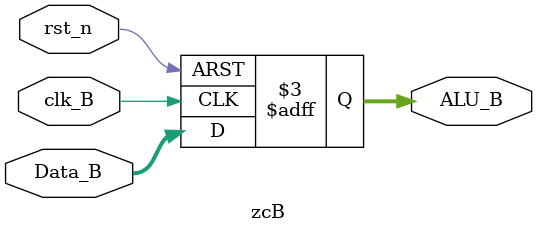
<source format=v>
`timescale 1ns / 1ps


module zcB(rst_n,Data_B,clk_B,ALU_B);//BÔÝ´æÆ÷
   input rst_n;
   input [31:0]Data_B;
   input clk_B;
   output reg [31:0]ALU_B;
   always@(negedge rst_n or posedge clk_B)
   begin 
      if(!rst_n)
         ALU_B<=32'b0;
      else
         ALU_B<=Data_B;
   end
endmodule

</source>
